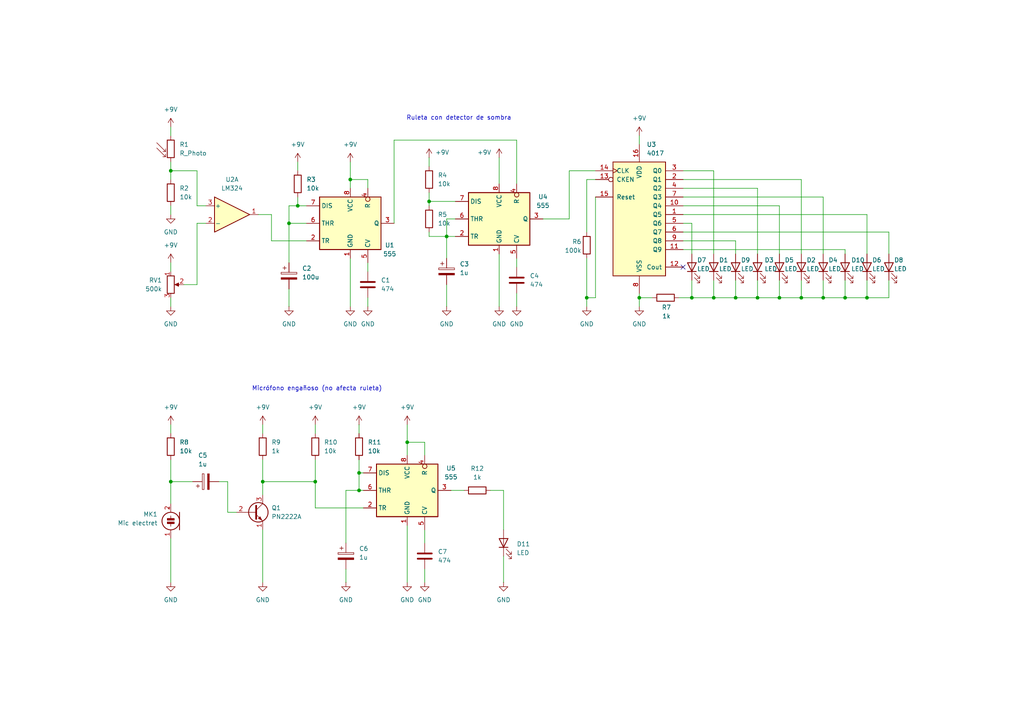
<source format=kicad_sch>
(kicad_sch (version 20250114) (generator "eeschema") (generator_version "9.0")
  (paper "A4")
  (title_block (title "Proyecto-02 - Grupo 05"))
  (lib_symbols
    (symbol "4xxx:4017" (pin_names (offset 1.016))
      (property "Reference" "U" (at -7.62 16.51 0))
      (property "Value" "4017" (at -7.62 -19.05 0))
      (symbol "4017_1_0"
        (pin input clock (at -12.7 12.7 0) (length 5.08) (name "CLK") (number "14"))
        (pin input inverted (at -12.7 10.16 0) (length 5.08) (name "CKEN") (number "13"))
        (pin input line (at -12.7 5.08 0) (length 5.08) (name "Reset") (number "15"))
        (pin power_in line (at 0 20.32 270) (length 5.08) (name "VDD") (number "16"))
        (pin power_in line (at 0 -22.86 90) (length 5.08) (name "VSS") (number "8"))
        (pin output line (at 12.7 12.7 180) (length 5.08) (name "Q0") (number "3"))
        (pin output line (at 12.7 10.16 180) (length 5.08) (name "Q1") (number "2"))
        (pin output line (at 12.7 7.62 180) (length 5.08) (name "Q2") (number "4"))
        (pin output line (at 12.7 5.08 180) (length 5.08) (name "Q3") (number "7"))
        (pin output line (at 12.7 2.54 180) (length 5.08) (name "Q4") (number "10"))
        (pin output line (at 12.7 0 180) (length 5.08) (name "Q5") (number "1"))
        (pin output line (at 12.7 -2.54 180) (length 5.08) (name "Q6") (number "5"))
        (pin output line (at 12.7 -5.08 180) (length 5.08) (name "Q7") (number "6"))
        (pin output line (at 12.7 -7.62 180) (length 5.08) (name "Q8") (number "9"))
        (pin output line (at 12.7 -10.16 180) (length 5.08) (name "Q9") (number "11"))
        (pin output line (at 12.7 -15.24 180) (length 5.08) (name "Cout") (number "12"))
      )
      (symbol "4017_1_1"
        (rectangle (start -7.62 15.24) (end 7.62 -17.78) (stroke (width 0.254)) (fill (type background)))
      )
    )
    (symbol "555_ordenado:555_wellOriented"
      (property "Reference" "U" (at 0 1.27 0))
      (property "Value" "555" (at 0 -0.762 0))
      (symbol "555_wellOriented_0_0"
        (pin power_in line (at 0 10.16 270) (length 2.54) (name "VCC") (number "8"))
        (pin power_in line (at 0 -10.16 90) (length 2.54) (name "GND") (number "1"))
      )
      (symbol "555_wellOriented_0_1"
        (rectangle (start -8.89 -7.62) (end 8.89 7.62) (stroke (width 0.254)) (fill (type background)))
        (rectangle (start -8.89 -7.62) (end 8.89 7.62) (stroke (width 0.254)) (fill (type background)))
      )
      (symbol "555_wellOriented_1_1"
        (pin input line (at -12.7 5.08 0) (length 3.81) (name "DIS") (number "7"))
        (pin input line (at -12.7 0 0) (length 3.81) (name "THR") (number "6"))
        (pin input line (at -12.7 -5.08 0) (length 3.81) (name "TR") (number "2"))
        (pin input inverted (at 5.08 10.16 270) (length 3.81) (name "R") (number "4"))
        (pin input line (at 5.08 -11.43 90) (length 3.81) (name "CV") (number "5"))
        (pin output line (at 12.7 0 180) (length 3.81) (name "Q") (number "3"))
      )
    )
    (symbol "Amplifier_Operational:LM324" (pin_names (offset 0.127))
      (property "Reference" "U" (at 0 5.08 0))
      (property "Value" "LM324" (at 0 -5.08 0))
      (symbol "LM324_1_1"
        (polyline (pts (xy -5.08 5.08) (xy 5.08 0) (xy -5.08 -5.08) (xy -5.08 5.08)) (stroke (width 0.254)) (fill (type background)))
        (pin input line (at -7.62 2.54 0) (length 2.54) (name "+") (number "3"))
        (pin input line (at -7.62 -2.54 0) (length 2.54) (name "-") (number "2"))
        (pin output line (at 7.62 0 180) (length 2.54) (name "~") (number "1"))
      )
      (symbol "LM324_2_1"
        (polyline (pts (xy -5.08 5.08) (xy 5.08 0) (xy -5.08 -5.08) (xy -5.08 5.08)) (stroke (width 0.254)) (fill (type background)))
        (pin input line (at -7.62 2.54 0) (length 2.54) (name "+") (number "5"))
        (pin input line (at -7.62 -2.54 0) (length 2.54) (name "-") (number "6"))
        (pin output line (at 7.62 0 180) (length 2.54) (name "~") (number "7"))
      )
      (symbol "LM324_3_1"
        (polyline (pts (xy -5.08 5.08) (xy 5.08 0) (xy -5.08 -5.08) (xy -5.08 5.08)) (stroke (width 0.254)) (fill (type background)))
        (pin input line (at -7.62 2.54 0) (length 2.54) (name "+") (number "10"))
        (pin input line (at -7.62 -2.54 0) (length 2.54) (name "-") (number "9"))
        (pin output line (at 7.62 0 180) (length 2.54) (name "~") (number "8"))
      )
      (symbol "LM324_4_1"
        (polyline (pts (xy -5.08 5.08) (xy 5.08 0) (xy -5.08 -5.08) (xy -5.08 5.08)) (stroke (width 0.254)) (fill (type background)))
        (pin input line (at -7.62 2.54 0) (length 2.54) (name "+") (number "12"))
        (pin input line (at -7.62 -2.54 0) (length 2.54) (name "-") (number "13"))
        (pin output line (at 7.62 0 180) (length 2.54) (name "~") (number "14"))
      )
      (symbol "LM324_5_1"
        (pin power_in line (at -2.54 7.62 270) (length 3.81) (name "V+") (number "4"))
        (pin power_in line (at -2.54 -7.62 90) (length 3.81) (name "V-") (number "11"))
      )
    )
    (symbol "Device:C" (pin_numbers (hide yes)) (pin_names (offset 0.254))
      (property "Reference" "C" (at 0.635 2.54 0))
      (property "Value" "C" (at 0.635 -2.54 0))
      (symbol "C_0_1"
        (polyline (pts (xy -2.032 0.762) (xy 2.032 0.762)) (stroke (width 0.508)))
        (polyline (pts (xy -2.032 -0.762) (xy 2.032 -0.762)) (stroke (width 0.508)))
      )
      (symbol "C_1_1"
        (pin passive line (at 0 3.81 270) (length 2.794) (name "~") (number "1"))
        (pin passive line (at 0 -3.81 90) (length 2.794) (name "~") (number "2"))
      )
    )
    (symbol "Device:C_Polarized" (pin_numbers (hide yes)) (pin_names (offset 0.254))
      (property "Reference" "C" (at 0.635 2.54 0))
      (property "Value" "C_Polarized" (at 0.635 -2.54 0))
      (symbol "C_Polarized_0_1"
        (rectangle (start -2.286 0.508) (end 2.286 1.016))
        (polyline (pts (xy -1.778 2.286) (xy -0.762 2.286)))
        (polyline (pts (xy -1.27 2.794) (xy -1.27 1.778)))
        (rectangle (start 2.286 -0.508) (end -2.286 -1.016) (fill (type outline)))
      )
      (symbol "C_Polarized_1_1"
        (pin passive line (at 0 3.81 270) (length 2.794) (name "~") (number "1"))
        (pin passive line (at 0 -3.81 90) (length 2.794) (name "~") (number "2"))
      )
    )
    (symbol "Device:LED" (pin_numbers (hide yes)) (pin_names (offset 1.016) (hide yes))
      (property "Reference" "D" (at 0 2.54 0))
      (property "Value" "LED" (at 0 -2.54 0))
      (symbol "LED_0_1"
        (polyline (pts (xy -3.048 -0.762) (xy -4.572 -2.286) (xy -3.81 -2.286) (xy -4.572 -2.286) (xy -4.572 -1.524)))
        (polyline (pts (xy -1.778 -0.762) (xy -3.302 -2.286) (xy -2.54 -2.286) (xy -3.302 -2.286) (xy -3.302 -1.524)))
        (polyline (pts (xy -1.27 0) (xy 1.27 0)))
        (polyline (pts (xy -1.27 -1.27) (xy -1.27 1.27)) (stroke (width 0.254)))
        (polyline (pts (xy 1.27 -1.27) (xy 1.27 1.27) (xy -1.27 0) (xy 1.27 -1.27)) (stroke (width 0.254)))
      )
      (symbol "LED_1_1"
        (pin passive line (at -3.81 0 0) (length 2.54) (name "K") (number "1"))
        (pin passive line (at 3.81 0 180) (length 2.54) (name "A") (number "2"))
      )
    )
    (symbol "Device:Microphone_Condenser" (pin_names (offset 0.0254) (hide yes))
      (property "Reference" "MK" (at -3.302 1.27 0))
      (property "Value" "Microphone_Condenser" (at -3.302 -0.635 0))
      (symbol "Microphone_Condenser_0_1"
        (polyline (pts (xy -2.54 2.54) (xy -2.54 -2.54)) (stroke (width 0.254)))
        (polyline (pts (xy 0 0.762) (xy 0 1.524)))
        (circle (center 0 0) (radius 2.54) (stroke (width 0.254)))
        (polyline (pts (xy 0 -0.762) (xy 0 -1.524)))
        (polyline (pts (xy 0.254 3.81) (xy 0.762 3.81)))
        (polyline (pts (xy 0.508 4.064) (xy 0.508 3.556)))
        (rectangle (start 1.016 0.762) (end -1.016 0.254) (fill (type outline)))
        (rectangle (start 1.016 -0.254) (end -1.016 -0.762) (fill (type outline)))
      )
      (symbol "Microphone_Condenser_1_1"
        (pin passive line (at 0 5.08 270) (length 2.54) (name "+") (number "2"))
        (pin passive line (at 0 -5.08 90) (length 2.54) (name "-") (number "1"))
      )
    )
    (symbol "Device:R" (pin_numbers (hide yes)) (pin_names (offset 0))
      (property "Reference" "R" (at 2.032 0 90))
      (property "Value" "R" (at 0 0 90))
      (symbol "R_0_1"
        (rectangle (start -1.016 -2.54) (end 1.016 2.54) (stroke (width 0.254)))
      )
      (symbol "R_1_1"
        (pin passive line (at 0 3.81 270) (length 1.27) (name "~") (number "1"))
        (pin passive line (at 0 -3.81 90) (length 1.27) (name "~") (number "2"))
      )
    )
    (symbol "Device:R_Photo" (pin_numbers (hide yes)) (pin_names (offset 0))
      (property "Reference" "R" (at 1.27 1.27 0))
      (property "Value" "R_Photo" (at 1.27 0 0))
      (symbol "R_Photo_0_1"
        (polyline (pts (xy -1.524 -0.762) (xy -4.064 1.778)))
        (polyline (pts (xy -1.524 -0.762) (xy -2.286 -0.762)))
        (polyline (pts (xy -1.524 -0.762) (xy -1.524 0)))
        (polyline (pts (xy -1.524 -2.286) (xy -4.064 0.254)))
        (polyline (pts (xy -1.524 -2.286) (xy -2.286 -2.286)))
        (polyline (pts (xy -1.524 -2.286) (xy -1.524 -1.524)))
        (rectangle (start -1.016 2.54) (end 1.016 -2.54) (stroke (width 0.254)))
      )
      (symbol "R_Photo_1_1"
        (pin passive line (at 0 3.81 270) (length 1.27) (name "~") (number "1"))
        (pin passive line (at 0 -3.81 90) (length 1.27) (name "~") (number "2"))
      )
    )
    (symbol "Device:R_Potentiometer" (pin_names (offset 1.016) (hide yes))
      (property "Reference" "RV" (at -4.445 0 90))
      (property "Value" "R_Potentiometer" (at -2.54 0 90))
      (symbol "R_Potentiometer_0_1"
        (rectangle (start 1.016 2.54) (end -1.016 -2.54) (stroke (width 0.254)))
        (polyline (pts (xy 1.143 0) (xy 2.286 0.508) (xy 2.286 -0.508) (xy 1.143 0)) (fill (type outline)))
        (polyline (pts (xy 2.54 0) (xy 1.524 0)))
      )
      (symbol "R_Potentiometer_1_1"
        (pin passive line (at 0 3.81 270) (length 1.27) (name "1") (number "1"))
        (pin passive line (at 0 -3.81 90) (length 1.27) (name "3") (number "3"))
        (pin passive line (at 3.81 0 180) (length 1.27) (name "2") (number "2"))
      )
    )
    (symbol "Transistor_BJT:Q_NPN_EBC" (pin_names (offset 0) (hide yes))
      (property "Reference" "Q" (at 5.08 1.27 0))
      (property "Value" "Q_NPN_EBC" (at 5.08 -1.27 0))
      (symbol "Q_NPN_EBC_0_1"
        (polyline (pts (xy -2.54 0) (xy 0.635 0)))
        (polyline (pts (xy 0.635 1.905) (xy 0.635 -1.905)) (stroke (width 0.508)))
        (circle (center 1.27 0) (radius 2.8194) (stroke (width 0.254)))
      )
      (symbol "Q_NPN_EBC_1_1"
        (polyline (pts (xy 0.635 0.635) (xy 2.54 2.54)))
        (polyline (pts (xy 0.635 -0.635) (xy 2.54 -2.54)))
        (polyline (pts (xy 1.27 -1.778) (xy 1.778 -1.27) (xy 2.286 -2.286) (xy 1.27 -1.778)) (fill (type outline)))
        (pin input line (at -5.08 0 0) (length 2.54) (name "B") (number "2"))
        (pin passive line (at 2.54 5.08 270) (length 2.54) (name "C") (number "3"))
        (pin passive line (at 2.54 -5.08 90) (length 2.54) (name "E") (number "1"))
      )
    )
    (symbol "power:+9V" (power) (pin_numbers (hide yes)) (pin_names (offset 0) (hide yes))
      (property "Value" "+9V" (at 0 3.556 0))
      (symbol "+9V_0_1"
        (polyline (pts (xy -0.762 1.27) (xy 0 2.54)))
        (polyline (pts (xy 0 2.54) (xy 0.762 1.27)))
        (polyline (pts (xy 0 0) (xy 0 2.54)))
      )
      (symbol "+9V_1_1"
        (pin power_in line (at 0 0 90) (length 0) (name "~") (number "1"))
      )
    )
    (symbol "power:GND" (power) (pin_numbers (hide yes)) (pin_names (offset 0) (hide yes))
      (property "Value" "GND" (at 0 -3.81 0))
      (symbol "GND_0_1"
        (polyline (pts (xy 0 0) (xy 0 -1.27) (xy 1.27 -1.27) (xy 0 -2.54) (xy -1.27 -1.27) (xy 0 -1.27)))
      )
      (symbol "GND_1_1"
        (pin power_in line (at 0 0 270) (length 0) (name "~") (number "1"))
      )
    )
  )
  (text "Micrófono engañoso (no afecta ruleta)" (at 91.948 112.776 0) (effects (font (size 1.27 1.27))))
  (text "Ruleta con detector de sombra" (at 133.096 34.29 0) (effects (font (size 1.27 1.27))))
  (junction (at 170.18 86.36))
  (junction (at 104.14 142.24))
  (junction (at 104.14 137.16))
  (junction (at 76.2 139.7))
  (junction (at 86.36 59.69))
  (junction (at 200.66 86.36))
  (junction (at 49.53 49.53))
  (junction (at 245.11 86.36))
  (junction (at 226.06 86.36))
  (junction (at 83.82 64.77))
  (junction (at 129.54 68.58))
  (junction (at 238.76 86.36))
  (junction (at 219.71 86.36))
  (junction (at 251.46 86.36))
  (junction (at 118.11 128.27))
  (junction (at 91.44 139.7))
  (junction (at 124.46 58.42))
  (junction (at 213.36 86.36))
  (junction (at 207.01 86.36))
  (junction (at 185.42 86.36))
  (junction (at 101.6 52.07))
  (junction (at 232.41 86.36))
  (junction (at 49.53 139.7))
  (no_connect (at 198.12 77.47))
  (wire (pts (xy 66.04 139.7) (xy 66.04 148.59)))
  (wire (pts (xy 198.12 57.15) (xy 238.76 57.15)))
  (wire (pts (xy 49.53 49.53) (xy 49.53 52.07)))
  (wire (pts (xy 213.36 86.36) (xy 219.71 86.36)))
  (wire (pts (xy 251.46 81.28) (xy 251.46 86.36)))
  (wire (pts (xy 185.42 85.09) (xy 185.42 86.36)))
  (wire (pts (xy 123.19 153.67) (xy 123.19 157.48)))
  (wire (pts (xy 104.14 133.35) (xy 104.14 137.16)))
  (wire (pts (xy 106.68 76.2) (xy 106.68 78.74)))
  (wire (pts (xy 91.44 125.73) (xy 91.44 123.19)))
  (wire (pts (xy 200.66 64.77) (xy 200.66 73.66)))
  (wire (pts (xy 83.82 64.77) (xy 83.82 76.2)))
  (wire (pts (xy 49.53 49.53) (xy 57.15 49.53)))
  (wire (pts (xy 78.74 69.85) (xy 78.74 62.23)))
  (wire (pts (xy 49.53 156.21) (xy 49.53 168.91)))
  (wire (pts (xy 49.53 133.35) (xy 49.53 139.7)))
  (wire (pts (xy 101.6 74.93) (xy 101.6 88.9)))
  (wire (pts (xy 146.05 153.67) (xy 146.05 142.24)))
  (wire (pts (xy 104.14 123.19) (xy 104.14 125.73)))
  (wire (pts (xy 213.36 69.85) (xy 213.36 73.66)))
  (wire (pts (xy 83.82 59.69) (xy 83.82 64.77)))
  (wire (pts (xy 118.11 128.27) (xy 118.11 132.08)))
  (wire (pts (xy 144.78 45.72) (xy 144.78 53.34)))
  (wire (pts (xy 114.3 64.77) (xy 114.3 40.64)))
  (wire (pts (xy 185.42 86.36) (xy 189.23 86.36)))
  (wire (pts (xy 86.36 57.15) (xy 86.36 59.69)))
  (wire (pts (xy 104.14 137.16) (xy 105.41 137.16)))
  (wire (pts (xy 198.12 62.23) (xy 251.46 62.23)))
  (wire (pts (xy 49.53 36.83) (xy 49.53 39.37)))
  (wire (pts (xy 170.18 67.31) (xy 170.18 52.07)))
  (wire (pts (xy 124.46 58.42) (xy 132.08 58.42)))
  (wire (pts (xy 144.78 73.66) (xy 144.78 88.9)))
  (wire (pts (xy 219.71 54.61) (xy 219.71 73.66)))
  (wire (pts (xy 257.81 67.31) (xy 257.81 73.66)))
  (wire (pts (xy 170.18 86.36) (xy 170.18 74.93)))
  (wire (pts (xy 76.2 133.35) (xy 76.2 139.7)))
  (wire (pts (xy 251.46 62.23) (xy 251.46 73.66)))
  (wire (pts (xy 245.11 86.36) (xy 251.46 86.36)))
  (wire (pts (xy 49.53 46.99) (xy 49.53 49.53)))
  (wire (pts (xy 185.42 39.37) (xy 185.42 41.91)))
  (wire (pts (xy 257.81 81.28) (xy 257.81 86.36)))
  (wire (pts (xy 83.82 64.77) (xy 88.9 64.77)))
  (wire (pts (xy 198.12 49.53) (xy 207.01 49.53)))
  (wire (pts (xy 124.46 55.88) (xy 124.46 58.42)))
  (wire (pts (xy 86.36 59.69) (xy 83.82 59.69)))
  (wire (pts (xy 118.11 123.19) (xy 118.11 128.27)))
  (wire (pts (xy 88.9 69.85) (xy 78.74 69.85)))
  (wire (pts (xy 106.68 52.07) (xy 101.6 52.07)))
  (wire (pts (xy 123.19 132.08) (xy 123.19 128.27)))
  (wire (pts (xy 232.41 81.28) (xy 232.41 86.36)))
  (wire (pts (xy 198.12 54.61) (xy 219.71 54.61)))
  (wire (pts (xy 124.46 67.31) (xy 124.46 68.58)))
  (wire (pts (xy 91.44 133.35) (xy 91.44 139.7)))
  (wire (pts (xy 76.2 139.7) (xy 76.2 143.51)))
  (wire (pts (xy 124.46 58.42) (xy 124.46 59.69)))
  (wire (pts (xy 185.42 86.36) (xy 185.42 88.9)))
  (wire (pts (xy 238.76 86.36) (xy 245.11 86.36)))
  (wire (pts (xy 219.71 86.36) (xy 226.06 86.36)))
  (wire (pts (xy 49.53 59.69) (xy 49.53 62.23)))
  (wire (pts (xy 49.53 88.9) (xy 49.53 86.36)))
  (wire (pts (xy 129.54 82.55) (xy 129.54 88.9)))
  (wire (pts (xy 207.01 86.36) (xy 200.66 86.36)))
  (wire (pts (xy 105.41 142.24) (xy 104.14 142.24)))
  (wire (pts (xy 172.72 86.36) (xy 170.18 86.36)))
  (wire (pts (xy 226.06 86.36) (xy 232.41 86.36)))
  (wire (pts (xy 245.11 81.28) (xy 245.11 86.36)))
  (wire (pts (xy 198.12 69.85) (xy 213.36 69.85)))
  (wire (pts (xy 198.12 59.69) (xy 226.06 59.69)))
  (wire (pts (xy 49.53 76.2) (xy 49.53 78.74)))
  (wire (pts (xy 232.41 52.07) (xy 232.41 73.66)))
  (wire (pts (xy 100.33 157.48) (xy 100.33 142.24)))
  (wire (pts (xy 149.86 85.09) (xy 149.86 88.9)))
  (wire (pts (xy 149.86 40.64) (xy 149.86 53.34)))
  (wire (pts (xy 106.68 54.61) (xy 106.68 52.07)))
  (wire (pts (xy 196.85 86.36) (xy 200.66 86.36)))
  (wire (pts (xy 123.19 165.1) (xy 123.19 168.91)))
  (wire (pts (xy 157.48 63.5) (xy 165.1 63.5)))
  (wire (pts (xy 198.12 64.77) (xy 200.66 64.77)))
  (wire (pts (xy 238.76 81.28) (xy 238.76 86.36)))
  (wire (pts (xy 88.9 59.69) (xy 86.36 59.69)))
  (wire (pts (xy 101.6 46.99) (xy 101.6 52.07)))
  (wire (pts (xy 57.15 49.53) (xy 57.15 59.69)))
  (wire (pts (xy 226.06 59.69) (xy 226.06 73.66)))
  (wire (pts (xy 251.46 86.36) (xy 257.81 86.36)))
  (wire (pts (xy 91.44 147.32) (xy 91.44 139.7)))
  (wire (pts (xy 100.33 142.24) (xy 104.14 142.24)))
  (wire (pts (xy 207.01 81.28) (xy 207.01 86.36)))
  (wire (pts (xy 59.69 64.77) (xy 57.15 64.77)))
  (wire (pts (xy 57.15 64.77) (xy 57.15 82.55)))
  (wire (pts (xy 198.12 67.31) (xy 257.81 67.31)))
  (wire (pts (xy 245.11 72.39) (xy 245.11 73.66)))
  (wire (pts (xy 165.1 63.5) (xy 165.1 49.53)))
  (wire (pts (xy 219.71 81.28) (xy 219.71 86.36)))
  (wire (pts (xy 198.12 72.39) (xy 245.11 72.39)))
  (wire (pts (xy 207.01 49.53) (xy 207.01 73.66)))
  (wire (pts (xy 49.53 123.19) (xy 49.53 125.73)))
  (wire (pts (xy 118.11 152.4) (xy 118.11 168.91)))
  (wire (pts (xy 57.15 59.69) (xy 59.69 59.69)))
  (wire (pts (xy 101.6 52.07) (xy 101.6 54.61)))
  (wire (pts (xy 129.54 68.58) (xy 129.54 74.93)))
  (wire (pts (xy 198.12 52.07) (xy 232.41 52.07)))
  (wire (pts (xy 76.2 123.19) (xy 76.2 125.73)))
  (wire (pts (xy 146.05 142.24) (xy 142.24 142.24)))
  (wire (pts (xy 55.88 139.7) (xy 49.53 139.7)))
  (wire (pts (xy 238.76 57.15) (xy 238.76 73.66)))
  (wire (pts (xy 76.2 153.67) (xy 76.2 168.91)))
  (wire (pts (xy 83.82 83.82) (xy 83.82 88.9)))
  (wire (pts (xy 226.06 81.28) (xy 226.06 86.36)))
  (wire (pts (xy 124.46 68.58) (xy 129.54 68.58)))
  (wire (pts (xy 53.34 82.55) (xy 57.15 82.55)))
  (wire (pts (xy 123.19 128.27) (xy 118.11 128.27)))
  (wire (pts (xy 213.36 81.28) (xy 213.36 86.36)))
  (wire (pts (xy 49.53 139.7) (xy 49.53 146.05)))
  (wire (pts (xy 124.46 45.72) (xy 124.46 48.26)))
  (wire (pts (xy 200.66 86.36) (xy 200.66 81.28)))
  (wire (pts (xy 129.54 63.5) (xy 132.08 63.5)))
  (wire (pts (xy 130.81 142.24) (xy 134.62 142.24)))
  (wire (pts (xy 232.41 86.36) (xy 238.76 86.36)))
  (wire (pts (xy 104.14 142.24) (xy 104.14 137.16)))
  (wire (pts (xy 129.54 68.58) (xy 132.08 68.58)))
  (wire (pts (xy 66.04 148.59) (xy 68.58 148.59)))
  (wire (pts (xy 170.18 52.07) (xy 172.72 52.07)))
  (wire (pts (xy 165.1 49.53) (xy 172.72 49.53)))
  (wire (pts (xy 91.44 139.7) (xy 76.2 139.7)))
  (wire (pts (xy 86.36 46.99) (xy 86.36 49.53)))
  (wire (pts (xy 129.54 63.5) (xy 129.54 68.58)))
  (wire (pts (xy 74.93 62.23) (xy 78.74 62.23)))
  (wire (pts (xy 106.68 86.36) (xy 106.68 88.9)))
  (wire (pts (xy 100.33 165.1) (xy 100.33 168.91)))
  (wire (pts (xy 63.5 139.7) (xy 66.04 139.7)))
  (wire (pts (xy 172.72 57.15) (xy 172.72 86.36)))
  (wire (pts (xy 170.18 88.9) (xy 170.18 86.36)))
  (wire (pts (xy 146.05 161.29) (xy 146.05 168.91)))
  (wire (pts (xy 105.41 147.32) (xy 91.44 147.32)))
  (wire (pts (xy 207.01 86.36) (xy 213.36 86.36)))
  (wire (pts (xy 114.3 40.64) (xy 149.86 40.64)))
  (wire (pts (xy 149.86 74.93) (xy 149.86 77.47)))
  (symbol (lib_id "power:GND") (at 100.33 168.91 0) (unit 1)
    (property "Reference" "#PWR028" (effects (hide yes)))
    (property "Value" "GND" (at 100.33 173.99 0))
    (property "Description" "Power symbol creates a global label with name \"GND\" , ground" (effects (hide yes)))
  )
  (symbol (lib_id "power:+9V") (at 91.44 123.19 0) (unit 1)
    (property "Reference" "#PWR023" (effects (hide yes)))
    (property "Value" "+9V" (at 91.44 118.11 0))
    (property "Description" "Power symbol creates a global label with name \"+9V\"" (effects (hide yes)))
  )
  (symbol (lib_id "power:+9V") (at 101.6 46.99 0) (unit 1)
    (property "Reference" "#PWR08" (effects (hide yes)))
    (property "Value" "+9V" (at 101.6 41.91 0))
    (property "Description" "Power symbol creates a global label with name \"+9V\"" (effects (hide yes)))
  )
  (symbol (lib_id "power:GND") (at 123.19 168.91 0) (unit 1)
    (property "Reference" "#PWR026" (effects (hide yes)))
    (property "Value" "GND" (at 123.19 173.99 0))
    (property "Description" "Power symbol creates a global label with name \"GND\" , ground" (effects (hide yes)))
  )
  (symbol (lib_id "power:GND") (at 49.53 62.23 0) (unit 1)
    (property "Reference" "#PWR03" (effects (hide yes)))
    (property "Value" "GND" (at 49.53 67.31 0))
    (property "Description" "Power symbol creates a global label with name \"GND\" , ground" (effects (hide yes)))
  )
  (symbol (lib_id "Device:C") (at 123.19 161.29 0) (unit 1)
    (property "Reference" "C7" (at 127 160.0199 0) (effects (justify left)))
    (property "Value" "474" (at 127 162.5599 0) (effects (justify left)))
    (property "Footprint" "Capacitor_THT:C_Disc_D5.0mm_W2.5mm_P5.00mm" (effects (hide yes)))
    (property "Description" "Unpolarized capacitor" (effects (hide yes)))
  )
  (symbol (lib_id "4xxx:4017") (at 185.42 62.23 0) (unit 1)
    (property "Reference" "U3" (at 187.5633 41.91 0) (effects (justify left)))
    (property "Value" "4017" (at 187.5633 44.45 0) (effects (justify left)))
    (property "Footprint" "Package_DIP:DIP-16_W7.62mm_Socket_LongPads" (effects (hide yes)))
    (property "Datasheet" "http://www.intersil.com/content/dam/Intersil/documents/cd40/cd4017bms-22bms.pdf" (effects (hide yes)))
    (property "Description" "Johnson Counter ( 10 outputs )" (effects (hide yes)))
  )
  (symbol (lib_id "Device:LED") (at 146.05 157.48 90) (unit 1)
    (property "Reference" "D11" (at 149.86 157.7974 90) (effects (justify right)))
    (property "Value" "LED" (at 149.86 160.3374 90) (effects (justify right)))
    (property "Footprint" "LED_THT:LED_D5.0mm" (effects (hide yes)))
    (property "Description" "Light emitting diode" (effects (hide yes)))
    (property "Sim.Pins" "1=K 2=A" (effects (hide yes)))
  )
  (symbol (lib_id "power:GND") (at 144.78 88.9 0) (unit 1)
    (property "Reference" "#PWR018" (effects (hide yes)))
    (property "Value" "GND" (at 144.78 93.98 0))
    (property "Description" "Power symbol creates a global label with name \"GND\" , ground" (effects (hide yes)))
  )
  (symbol (lib_id "power:GND") (at 129.54 88.9 0) (unit 1)
    (property "Reference" "#PWR010" (effects (hide yes)))
    (property "Value" "GND" (at 129.54 93.98 0))
    (property "Description" "Power symbol creates a global label with name \"GND\" , ground" (effects (hide yes)))
  )
  (symbol (lib_id "555_ordenado:555_wellOriented") (at 144.78 63.5 0) (unit 1)
    (property "Reference" "U4" (at 157.48 57.0798 0))
    (property "Value" "555" (at 157.48 59.6198 0))
    (property "Footprint" "Package_DIP:DIP-8_W7.62mm_Socket_LongPads" (effects (hide yes)))
  )
  (symbol (lib_id "power:+9V") (at 49.53 36.83 0) (unit 1)
    (property "Reference" "#PWR04" (effects (hide yes)))
    (property "Value" "+9V" (at 49.53 31.75 0))
    (property "Description" "Power symbol creates a global label with name \"+9V\"" (effects (hide yes)))
  )
  (symbol (lib_id "power:+9V") (at 86.36 46.99 0) (unit 1)
    (property "Reference" "#PWR011" (effects (hide yes)))
    (property "Value" "+9V" (at 86.36 41.91 0))
    (property "Description" "Power symbol creates a global label with name \"+9V\"" (effects (hide yes)))
  )
  (symbol (lib_id "power:+9V") (at 76.2 123.19 0) (unit 1)
    (property "Reference" "#PWR022" (effects (hide yes)))
    (property "Value" "+9V" (at 76.2 118.11 0))
    (property "Description" "Power symbol creates a global label with name \"+9V\"" (effects (hide yes)))
  )
  (symbol (lib_id "Device:R_Potentiometer") (at 49.53 82.55 0) (unit 1)
    (property "Reference" "RV1" (at 46.99 81.2799 0) (effects (justify right)))
    (property "Value" "500k" (at 46.99 83.8199 0) (effects (justify right)))
    (property "Footprint" "Potentiometer_THT:Potentiometer_Piher_T-16H_Single_Horizontal" (effects (hide yes)))
    (property "Description" "Potentiometer" (effects (hide yes)))
  )
  (symbol (lib_id "Transistor_BJT:Q_NPN_EBC") (at 73.66 148.59 0) (unit 1)
    (property "Reference" "Q1" (at 78.74 147.3199 0) (effects (justify left)))
    (property "Value" "PN2222A" (at 78.74 149.8599 0) (effects (justify left)))
    (property "Footprint" "Package_TO_SOT_THT:TO-92_Inline_Wide" (effects (hide yes)))
    (property "Description" "NPN transistor, emitter/base/collector" (effects (hide yes)))
  )
  (symbol (lib_id "power:+9V") (at 49.53 76.2 0) (unit 1)
    (property "Reference" "#PWR02" (effects (hide yes)))
    (property "Value" "+9V" (at 49.53 71.12 0))
    (property "Description" "Power symbol creates a global label with name \"+9V\"" (effects (hide yes)))
  )
  (symbol (lib_id "Device:LED") (at 200.66 77.47 90) (unit 1)
    (property "Reference" "D7" (at 202.184 75.438 90) (effects (justify right)))
    (property "Value" "LED" (at 202.184 77.978 90) (effects (justify right)))
    (property "Footprint" "LED_THT:LED_D5.0mm" (effects (hide yes)))
    (property "Description" "Light emitting diode" (effects (hide yes)))
    (property "Sim.Pins" "1=K 2=A" (effects (hide yes)))
  )
  (symbol (lib_id "Device:C") (at 106.68 82.55 0) (unit 1)
    (property "Reference" "C1" (at 110.49 81.2799 0) (effects (justify left)))
    (property "Value" "474" (at 110.49 83.8199 0) (effects (justify left)))
    (property "Footprint" "Capacitor_THT:C_Disc_D5.0mm_W2.5mm_P5.00mm" (effects (hide yes)))
    (property "Description" "Unpolarized capacitor" (effects (hide yes)))
  )
  (symbol (lib_id "Device:C") (at 149.86 81.28 0) (unit 1)
    (property "Reference" "C4" (at 153.67 80.0099 0) (effects (justify left)))
    (property "Value" "474" (at 153.67 82.5499 0) (effects (justify left)))
    (property "Footprint" "Capacitor_THT:C_Disc_D5.0mm_W2.5mm_P5.00mm" (effects (hide yes)))
    (property "Description" "Unpolarized capacitor" (effects (hide yes)))
  )
  (symbol (lib_id "Device:R") (at 91.44 129.54 0) (unit 1)
    (property "Reference" "R10" (at 93.98 128.2699 0) (effects (justify left)))
    (property "Value" "10k" (at 93.98 130.8099 0) (effects (justify left)))
    (property "Footprint" "Resistor_THT:R_Axial_DIN0207_L6.3mm_D2.5mm_P10.16mm_Horizontal" (effects (hide yes)))
    (property "Description" "Resistor" (effects (hide yes)))
  )
  (symbol (lib_id "Device:R") (at 76.2 129.54 0) (unit 1)
    (property "Reference" "R9" (at 78.74 128.2699 0) (effects (justify left)))
    (property "Value" "1k" (at 78.74 130.8099 0) (effects (justify left)))
    (property "Footprint" "Resistor_THT:R_Axial_DIN0207_L6.3mm_D2.5mm_P10.16mm_Horizontal" (effects (hide yes)))
    (property "Description" "Resistor" (effects (hide yes)))
  )
  (symbol (lib_id "power:+9V") (at 144.78 45.72 0) (unit 1)
    (property "Reference" "#PWR017" (effects (hide yes)))
    (property "Value" "+9V" (at 140.462 44.196 0))
    (property "Description" "Power symbol creates a global label with name \"+9V\"" (effects (hide yes)))
  )
  (symbol (lib_id "power:GND") (at 146.05 168.91 0) (unit 1)
    (property "Reference" "#PWR029" (effects (hide yes)))
    (property "Value" "GND" (at 146.05 173.99 0))
    (property "Description" "Power symbol creates a global label with name \"GND\" , ground" (effects (hide yes)))
  )
  (symbol (lib_id "Device:Microphone_Condenser") (at 49.53 151.13 0) (mirror y) (unit 1)
    (property "Reference" "MK1" (at 45.72 149.1614 0) (effects (justify left)))
    (property "Value" "Mic electret" (at 45.72 151.7014 0) (effects (justify left)))
    (property "Footprint" "Sensor_Audio:POM-2244P-C3310-2-R" (effects (hide yes)))
    (property "Description" "Condenser microphone" (effects (hide yes)))
  )
  (symbol (lib_id "Device:R_Photo") (at 49.53 43.18 0) (unit 1)
    (property "Reference" "R1" (at 52.07 41.9099 0) (effects (justify left)))
    (property "Value" "R_Photo" (at 52.07 44.4499 0) (effects (justify left)))
    (property "Footprint" "OptoDevice:R_LDR_5.1x4.3mm_P3.4mm_Vertical" (effects (hide yes)))
    (property "Description" "Photoresistor" (effects (hide yes)))
  )
  (symbol (lib_id "Device:C_Polarized") (at 59.69 139.7 90) (unit 1)
    (property "Reference" "C5" (at 58.801 132.08 90))
    (property "Value" "1u" (at 58.801 134.62 90))
    (property "Footprint" "Capacitor_THT:CP_Radial_D6.3mm_P2.50mm" (effects (hide yes)))
    (property "Description" "Polarized capacitor" (effects (hide yes)))
  )
  (symbol (lib_id "Device:R") (at 86.36 53.34 0) (unit 1)
    (property "Reference" "R3" (at 88.9 52.0699 0) (effects (justify left)))
    (property "Value" "10k" (at 88.9 54.6099 0) (effects (justify left)))
    (property "Footprint" "Resistor_THT:R_Axial_DIN0207_L6.3mm_D2.5mm_P10.16mm_Horizontal" (effects (hide yes)))
    (property "Description" "Resistor" (effects (hide yes)))
  )
  (symbol (lib_id "power:GND") (at 101.6 88.9 0) (unit 1)
    (property "Reference" "#PWR06" (effects (hide yes)))
    (property "Value" "GND" (at 101.6 93.98 0))
    (property "Description" "Power symbol creates a global label with name \"GND\" , ground" (effects (hide yes)))
  )
  (symbol (lib_id "Device:LED") (at 207.01 77.47 90) (unit 1)
    (property "Reference" "D1" (at 208.534 75.438 90) (effects (justify right)))
    (property "Value" "LED" (at 208.534 77.978 90) (effects (justify right)))
    (property "Footprint" "LED_THT:LED_D5.0mm" (effects (hide yes)))
    (property "Description" "Light emitting diode" (effects (hide yes)))
    (property "Sim.Pins" "1=K 2=A" (effects (hide yes)))
  )
  (symbol (lib_id "Device:LED") (at 245.11 77.47 90) (unit 1)
    (property "Reference" "D10" (at 246.888 75.438 90) (effects (justify right)))
    (property "Value" "LED" (at 246.888 77.978 90) (effects (justify right)))
    (property "Footprint" "LED_THT:LED_D5.0mm" (effects (hide yes)))
    (property "Description" "Light emitting diode" (effects (hide yes)))
    (property "Sim.Pins" "1=K 2=A" (effects (hide yes)))
  )
  (symbol (lib_id "power:+9V") (at 118.11 123.19 0) (unit 1)
    (property "Reference" "#PWR024" (effects (hide yes)))
    (property "Value" "+9V" (at 118.11 118.11 0))
    (property "Description" "Power symbol creates a global label with name \"+9V\"" (effects (hide yes)))
  )
  (symbol (lib_id "power:GND") (at 170.18 88.9 0) (unit 1)
    (property "Reference" "#PWR014" (effects (hide yes)))
    (property "Value" "GND" (at 170.18 93.98 0))
    (property "Description" "Power symbol creates a global label with name \"GND\" , ground" (effects (hide yes)))
  )
  (symbol (lib_id "Device:LED") (at 232.41 77.47 90) (unit 1)
    (property "Reference" "D2" (at 233.934 75.438 90) (effects (justify right)))
    (property "Value" "LED" (at 233.934 77.978 90) (effects (justify right)))
    (property "Footprint" "LED_THT:LED_D5.0mm" (effects (hide yes)))
    (property "Description" "Light emitting diode" (effects (hide yes)))
    (property "Sim.Pins" "1=K 2=A" (effects (hide yes)))
  )
  (symbol (lib_id "Device:LED") (at 257.81 77.47 90) (unit 1)
    (property "Reference" "D8" (at 259.334 75.438 90) (effects (justify right)))
    (property "Value" "LED" (at 259.334 77.978 90) (effects (justify right)))
    (property "Footprint" "LED_THT:LED_D5.0mm" (effects (hide yes)))
    (property "Description" "Light emitting diode" (effects (hide yes)))
    (property "Sim.Pins" "1=K 2=A" (effects (hide yes)))
  )
  (symbol (lib_id "555_ordenado:555_wellOriented") (at 118.11 142.24 0) (unit 1)
    (property "Reference" "U5" (at 130.81 135.8198 0))
    (property "Value" "555" (at 130.81 138.3598 0))
    (property "Footprint" "Package_DIP:DIP-8_W7.62mm_Socket_LongPads" (effects (hide yes)))
  )
  (symbol (lib_id "power:+9V") (at 124.46 45.72 0) (unit 1)
    (property "Reference" "#PWR016" (effects (hide yes)))
    (property "Value" "+9V" (at 128.27 44.196 0))
    (property "Description" "Power symbol creates a global label with name \"+9V\"" (effects (hide yes)))
  )
  (symbol (lib_id "power:GND") (at 49.53 168.91 0) (unit 1)
    (property "Reference" "#PWR015" (effects (hide yes)))
    (property "Value" "GND" (at 49.53 173.99 0))
    (property "Description" "Power symbol creates a global label with name \"GND\" , ground" (effects (hide yes)))
  )
  (symbol (lib_id "Device:LED") (at 251.46 77.47 90) (unit 1)
    (property "Reference" "D6" (at 252.984 75.438 90) (effects (justify right)))
    (property "Value" "LED" (at 252.984 77.978 90) (effects (justify right)))
    (property "Footprint" "LED_THT:LED_D5.0mm" (effects (hide yes)))
    (property "Description" "Light emitting diode" (effects (hide yes)))
    (property "Sim.Pins" "1=K 2=A" (effects (hide yes)))
  )
  (symbol (lib_id "Device:R") (at 124.46 63.5 0) (unit 1)
    (property "Reference" "R5" (at 127 62.2299 0) (effects (justify left)))
    (property "Value" "10k" (at 127 64.7699 0) (effects (justify left)))
    (property "Footprint" "Resistor_THT:R_Axial_DIN0207_L6.3mm_D2.5mm_P10.16mm_Horizontal" (effects (hide yes)))
    (property "Description" "Resistor" (effects (hide yes)))
  )
  (symbol (lib_id "power:GND") (at 76.2 168.91 0) (unit 1)
    (property "Reference" "#PWR021" (effects (hide yes)))
    (property "Value" "GND" (at 76.2 173.99 0))
    (property "Description" "Power symbol creates a global label with name \"GND\" , ground" (effects (hide yes)))
  )
  (symbol (lib_id "Device:R") (at 104.14 129.54 0) (unit 1)
    (property "Reference" "R11" (at 106.68 128.2699 0) (effects (justify left)))
    (property "Value" "10k" (at 106.68 130.8099 0) (effects (justify left)))
    (property "Footprint" "Resistor_THT:R_Axial_DIN0207_L6.3mm_D2.5mm_P10.16mm_Horizontal" (effects (hide yes)))
    (property "Description" "Resistor" (effects (hide yes)))
  )
  (symbol (lib_id "555_ordenado:555_wellOriented") (at 101.6 64.77 0) (unit 1)
    (property "Reference" "U1" (at 113.03 71.12 0))
    (property "Value" "555" (at 113.03 73.66 0))
    (property "Footprint" "Package_DIP:DIP-8_W7.62mm_Socket_LongPads" (effects (hide yes)))
  )
  (symbol (lib_id "Device:LED") (at 238.76 77.47 90) (unit 1)
    (property "Reference" "D4" (at 240.284 75.438 90) (effects (justify right)))
    (property "Value" "LED" (at 240.284 77.978 90) (effects (justify right)))
    (property "Footprint" "LED_THT:LED_D5.0mm" (effects (hide yes)))
    (property "Description" "Light emitting diode" (effects (hide yes)))
    (property "Sim.Pins" "1=K 2=A" (effects (hide yes)))
  )
  (symbol (lib_id "power:GND") (at 49.53 88.9 0) (unit 1)
    (property "Reference" "#PWR01" (effects (hide yes)))
    (property "Value" "GND" (at 49.53 93.98 0))
    (property "Description" "Power symbol creates a global label with name \"GND\" , ground" (effects (hide yes)))
  )
  (symbol (lib_id "power:GND") (at 185.42 88.9 0) (unit 1)
    (property "Reference" "#PWR013" (effects (hide yes)))
    (property "Value" "GND" (at 185.42 93.98 0))
    (property "Description" "Power symbol creates a global label with name \"GND\" , ground" (effects (hide yes)))
  )
  (symbol (lib_id "Device:R") (at 49.53 55.88 180) (unit 1)
    (property "Reference" "R2" (at 52.07 54.6099 0) (effects (justify right)))
    (property "Value" "10k" (at 52.07 57.1499 0) (effects (justify right)))
    (property "Footprint" "Resistor_THT:R_Axial_DIN0207_L6.3mm_D2.5mm_P10.16mm_Horizontal" (effects (hide yes)))
    (property "Description" "Resistor" (effects (hide yes)))
  )
  (symbol (lib_id "Device:R") (at 170.18 71.12 0) (unit 1)
    (property "Reference" "R6" (at 168.656 70.104 0) (effects (justify right)))
    (property "Value" "100k" (at 168.656 72.644 0) (effects (justify right)))
    (property "Footprint" "Resistor_THT:R_Axial_DIN0207_L6.3mm_D2.5mm_P10.16mm_Horizontal" (effects (hide yes)))
    (property "Description" "Resistor" (effects (hide yes)))
  )
  (symbol (lib_id "Device:C_Polarized") (at 129.54 78.74 0) (unit 1)
    (property "Reference" "C3" (at 133.35 76.5809 0) (effects (justify left)))
    (property "Value" "1u" (at 133.35 79.1209 0) (effects (justify left)))
    (property "Footprint" "Capacitor_THT:CP_Radial_D6.3mm_P2.50mm" (effects (hide yes)))
    (property "Description" "Polarized capacitor" (effects (hide yes)))
  )
  (symbol (lib_id "power:GND") (at 83.82 88.9 0) (unit 1)
    (property "Reference" "#PWR09" (effects (hide yes)))
    (property "Value" "GND" (at 83.82 93.98 0))
    (property "Description" "Power symbol creates a global label with name \"GND\" , ground" (effects (hide yes)))
  )
  (symbol (lib_id "Device:R") (at 49.53 129.54 0) (unit 1)
    (property "Reference" "R8" (at 52.07 128.2699 0) (effects (justify left)))
    (property "Value" "10k" (at 52.07 130.8099 0) (effects (justify left)))
    (property "Footprint" "Resistor_THT:R_Axial_DIN0207_L6.3mm_D2.5mm_P10.16mm_Horizontal" (effects (hide yes)))
    (property "Description" "Resistor" (effects (hide yes)))
  )
  (symbol (lib_id "power:+9V") (at 49.53 123.19 0) (unit 1)
    (property "Reference" "#PWR020" (effects (hide yes)))
    (property "Value" "+9V" (at 49.53 118.11 0))
    (property "Description" "Power symbol creates a global label with name \"+9V\"" (effects (hide yes)))
  )
  (symbol (lib_id "Device:C_Polarized") (at 100.33 161.29 0) (unit 1)
    (property "Reference" "C6" (at 104.14 159.1309 0) (effects (justify left)))
    (property "Value" "1u" (at 104.14 161.6709 0) (effects (justify left)))
    (property "Footprint" "Capacitor_THT:CP_Radial_D6.3mm_P2.50mm" (effects (hide yes)))
    (property "Description" "Polarized capacitor" (effects (hide yes)))
  )
  (symbol (lib_id "Device:R") (at 124.46 52.07 0) (unit 1)
    (property "Reference" "R4" (at 127 50.7999 0) (effects (justify left)))
    (property "Value" "10k" (at 127 53.3399 0) (effects (justify left)))
    (property "Footprint" "Resistor_THT:R_Axial_DIN0207_L6.3mm_D2.5mm_P10.16mm_Horizontal" (effects (hide yes)))
    (property "Description" "Resistor" (effects (hide yes)))
  )
  (symbol (lib_id "power:GND") (at 106.68 88.9 0) (unit 1)
    (property "Reference" "#PWR07" (effects (hide yes)))
    (property "Value" "GND" (at 106.68 93.98 0))
    (property "Description" "Power symbol creates a global label with name \"GND\" , ground" (effects (hide yes)))
  )
  (symbol (lib_id "power:+9V") (at 104.14 123.19 0) (unit 1)
    (property "Reference" "#PWR027" (effects (hide yes)))
    (property "Value" "+9V" (at 104.14 118.11 0))
    (property "Description" "Power symbol creates a global label with name \"+9V\"" (effects (hide yes)))
  )
  (symbol (lib_id "Device:LED") (at 226.06 77.47 90) (unit 1)
    (property "Reference" "D5" (at 227.584 75.438 90) (effects (justify right)))
    (property "Value" "LED" (at 227.584 77.978 90) (effects (justify right)))
    (property "Footprint" "LED_THT:LED_D5.0mm" (effects (hide yes)))
    (property "Description" "Light emitting diode" (effects (hide yes)))
    (property "Sim.Pins" "1=K 2=A" (effects (hide yes)))
  )
  (symbol (lib_id "power:GND") (at 118.11 168.91 0) (unit 1)
    (property "Reference" "#PWR025" (effects (hide yes)))
    (property "Value" "GND" (at 118.11 173.99 0))
    (property "Description" "Power symbol creates a global label with name \"GND\" , ground" (effects (hide yes)))
  )
  (symbol (lib_id "Amplifier_Operational:LM324") (at 67.31 62.23 0) (unit 1)
    (property "Reference" "U2" (at 67.31 52.07 0))
    (property "Value" "LM324" (at 67.31 54.61 0))
    (property "Footprint" "Package_DIP:DIP-14_W7.62mm_Socket_LongPads" (effects (hide yes)))
    (property "Datasheet" "http://www.ti.com/lit/ds/symlink/lm2902-n.pdf" (effects (hide yes)))
    (property "Description" "Low-Power, Quad-Operational Amplifiers, DIP-14/SOIC-14/SSOP-14" (effects (hide yes)))
  )
  (symbol (lib_id "power:+9V") (at 185.42 39.37 0) (unit 1)
    (property "Reference" "#PWR012" (effects (hide yes)))
    (property "Value" "+9V" (at 185.42 34.29 0))
    (property "Description" "Power symbol creates a global label with name \"+9V\"" (effects (hide yes)))
  )
  (symbol (lib_id "Device:LED") (at 219.71 77.47 90) (unit 1)
    (property "Reference" "D3" (at 221.742 75.438 90) (effects (justify right)))
    (property "Value" "LED" (at 221.742 77.978 90) (effects (justify right)))
    (property "Footprint" "LED_THT:LED_D5.0mm" (effects (hide yes)))
    (property "Description" "Light emitting diode" (effects (hide yes)))
    (property "Sim.Pins" "1=K 2=A" (effects (hide yes)))
  )
  (symbol (lib_id "power:GND") (at 149.86 88.9 0) (unit 1)
    (property "Reference" "#PWR019" (effects (hide yes)))
    (property "Value" "GND" (at 149.86 93.98 0))
    (property "Description" "Power symbol creates a global label with name \"GND\" , ground" (effects (hide yes)))
  )
  (symbol (lib_id "Device:R") (at 138.43 142.24 90) (unit 1)
    (property "Reference" "R12" (at 138.43 135.89 90))
    (property "Value" "1k" (at 138.43 138.43 90))
    (property "Footprint" "Resistor_THT:R_Axial_DIN0207_L6.3mm_D2.5mm_P10.16mm_Horizontal" (effects (hide yes)))
    (property "Description" "Resistor" (effects (hide yes)))
  )
  (symbol (lib_id "Device:LED") (at 213.36 77.47 90) (unit 1)
    (property "Reference" "D9" (at 214.884 75.438 90) (effects (justify right)))
    (property "Value" "LED" (at 214.884 77.978 90) (effects (justify right)))
    (property "Footprint" "LED_THT:LED_D5.0mm" (effects (hide yes)))
    (property "Description" "Light emitting diode" (effects (hide yes)))
    (property "Sim.Pins" "1=K 2=A" (effects (hide yes)))
  )
  (symbol (lib_id "Device:R") (at 193.04 86.36 270) (unit 1)
    (property "Reference" "R7" (at 193.294 89.154 90))
    (property "Value" "1k" (at 193.294 91.694 90))
    (property "Footprint" "Resistor_THT:R_Axial_DIN0207_L6.3mm_D2.5mm_P10.16mm_Horizontal" (effects (hide yes)))
    (property "Description" "Resistor" (effects (hide yes)))
  )
  (symbol (lib_id "Device:C_Polarized") (at 83.82 80.01 0) (unit 1)
    (property "Reference" "C2" (at 87.63 77.8509 0) (effects (justify left)))
    (property "Value" "100u" (at 87.63 80.3909 0) (effects (justify left)))
    (property "Footprint" "Capacitor_THT:CP_Radial_D6.3mm_P2.50mm" (effects (hide yes)))
    (property "Description" "Polarized capacitor" (effects (hide yes)))
  )
)
</source>
